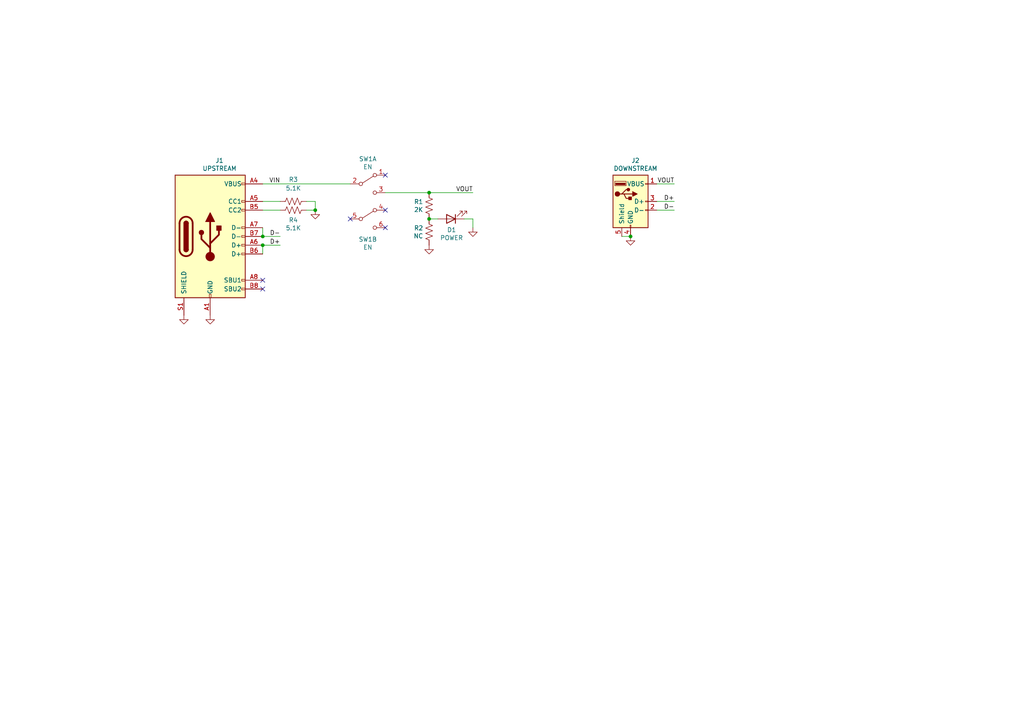
<source format=kicad_sch>
(kicad_sch (version 20211123) (generator eeschema)
  (paper "A4")
  (title_block (title "#0102 USB SWITCH") (date "2022-09-23") (rev "V1.2") (company "TileParts"))
  (lib_symbols
    (symbol "Connector:USB_A" (pin_names (offset 1.016))
      (property "Reference" "J" (at -5.08 11.43 0))
      (property "Value" "USB_A" (at -5.08 8.89 0))
      (symbol "USB_A_0_1"
        (rectangle (start -5.08 -7.62) (end 5.08 7.62) (stroke (width 0.254)) (fill (type background)))
        (circle (center -3.81 2.159) (radius 0.635) (stroke (width 0.254)) (fill (type outline)))
        (rectangle (start -1.524 4.826) (end -4.318 5.334) (fill (type outline)))
        (rectangle (start -1.27 4.572) (end -4.572 5.842))
        (circle (center -0.635 3.429) (radius 0.381) (stroke (width 0.254)) (fill (type outline)))
        (rectangle (start -0.127 -7.62) (end 0.127 -6.858))
        (polyline (pts (xy -3.175 2.159) (xy -2.54 2.159) (xy -1.27 3.429) (xy -0.635 3.429)) (stroke (width 0.254)))
        (polyline (pts (xy -2.54 2.159) (xy -1.905 2.159) (xy -1.27 0.889) (xy 0 0.889)) (stroke (width 0.254)))
        (polyline (pts (xy 0.635 2.794) (xy 0.635 1.524) (xy 1.905 2.159) (xy 0.635 2.794)) (stroke (width 0.254)) (fill (type outline)))
        (rectangle (start 0.254 1.27) (end -0.508 0.508) (stroke (width 0.254)) (fill (type outline)))
        (rectangle (start 5.08 -2.667) (end 4.318 -2.413))
        (rectangle (start 5.08 -0.127) (end 4.318 0.127))
        (rectangle (start 5.08 4.953) (end 4.318 5.207))
      )
      (symbol "USB_A_1_1"
        (polyline (pts (xy -1.905 2.159) (xy 0.635 2.159)) (stroke (width 0.254)))
        (pin power_in line (at 7.62 5.08 180) (length 2.54) (name "VBUS") (number "1"))
        (pin bidirectional line (at 7.62 -2.54 180) (length 2.54) (name "D-") (number "2"))
        (pin bidirectional line (at 7.62 0 180) (length 2.54) (name "D+") (number "3"))
        (pin power_in line (at 0 -10.16 90) (length 2.54) (name "GND") (number "4"))
        (pin passive line (at -2.54 -10.16 90) (length 2.54) (name "Shield") (number "5"))
      )
    )
    (symbol "Connector:USB_C_Receptacle_USB2.0" (pin_names (offset 1.016))
      (property "Reference" "J" (at -10.16 19.05 0))
      (property "Value" "USB_C_Receptacle_USB2.0" (at 19.05 19.05 0))
      (symbol "USB_C_Receptacle_USB2.0_0_0"
        (rectangle (start -0.254 -17.78) (end 0.254 -16.764))
        (rectangle (start 10.16 -14.986) (end 9.144 -15.494))
        (rectangle (start 10.16 -12.446) (end 9.144 -12.954))
        (rectangle (start 10.16 -4.826) (end 9.144 -5.334))
        (rectangle (start 10.16 -2.286) (end 9.144 -2.794))
        (rectangle (start 10.16 0.254) (end 9.144 -0.254))
        (rectangle (start 10.16 2.794) (end 9.144 2.286))
        (rectangle (start 10.16 7.874) (end 9.144 7.366))
        (rectangle (start 10.16 10.414) (end 9.144 9.906))
        (rectangle (start 10.16 15.494) (end 9.144 14.986))
      )
      (symbol "USB_C_Receptacle_USB2.0_0_1"
        (rectangle (start -10.16 17.78) (end 10.16 -17.78) (stroke (width 0.254)) (fill (type background)))
        (arc (start -8.89 -3.81) (mid -6.985 -5.715) (end -5.08 -3.81) (stroke (width 0.508)))
        (arc (start -7.62 -3.81) (mid -6.985 -4.445) (end -6.35 -3.81) (stroke (width 0.254)))
        (arc (start -7.62 -3.81) (mid -6.985 -4.445) (end -6.35 -3.81) (stroke (width 0.254)) (fill (type outline)))
        (rectangle (start -7.62 -3.81) (end -6.35 3.81) (stroke (width 0.254)) (fill (type outline)))
        (arc (start -6.35 3.81) (mid -6.985 4.445) (end -7.62 3.81) (stroke (width 0.254)))
        (arc (start -6.35 3.81) (mid -6.985 4.445) (end -7.62 3.81) (stroke (width 0.254)) (fill (type outline)))
        (arc (start -5.08 3.81) (mid -6.985 5.715) (end -8.89 3.81) (stroke (width 0.508)))
        (circle (center -2.54 1.143) (radius 0.635) (stroke (width 0.254)) (fill (type outline)))
        (circle (center 0 -5.842) (radius 1.27) (fill (type outline)))
        (polyline (pts (xy -8.89 -3.81) (xy -8.89 3.81)) (stroke (width 0.508)))
        (polyline (pts (xy -5.08 3.81) (xy -5.08 -3.81)) (stroke (width 0.508)))
        (polyline (pts (xy 0 -5.842) (xy 0 4.318)) (stroke (width 0.508)))
        (polyline (pts (xy 0 -3.302) (xy -2.54 -0.762) (xy -2.54 0.508)) (stroke (width 0.508)))
        (polyline (pts (xy 0 -2.032) (xy 2.54 0.508) (xy 2.54 1.778)) (stroke (width 0.508)))
        (polyline (pts (xy -1.27 4.318) (xy 0 6.858) (xy 1.27 4.318) (xy -1.27 4.318)) (stroke (width 0.254)) (fill (type outline)))
        (rectangle (start 1.905 1.778) (end 3.175 3.048) (stroke (width 0.254)) (fill (type outline)))
      )
      (symbol "USB_C_Receptacle_USB2.0_1_1"
        (pin passive line (at 0 -22.86 90) (length 5.08) (name "GND") (number "A1"))
        (pin passive line (at 0 -22.86 90) (length 5.08) hide (name "GND") (number "A12"))
        (pin passive line (at 15.24 15.24 180) (length 5.08) (name "VBUS") (number "A4"))
        (pin bidirectional line (at 15.24 10.16 180) (length 5.08) (name "CC1") (number "A5"))
        (pin bidirectional line (at 15.24 -2.54 180) (length 5.08) (name "D+") (number "A6"))
        (pin bidirectional line (at 15.24 2.54 180) (length 5.08) (name "D-") (number "A7"))
        (pin bidirectional line (at 15.24 -12.7 180) (length 5.08) (name "SBU1") (number "A8"))
        (pin passive line (at 15.24 15.24 180) (length 5.08) hide (name "VBUS") (number "A9"))
        (pin passive line (at 0 -22.86 90) (length 5.08) hide (name "GND") (number "B1"))
        (pin passive line (at 0 -22.86 90) (length 5.08) hide (name "GND") (number "B12"))
        (pin passive line (at 15.24 15.24 180) (length 5.08) hide (name "VBUS") (number "B4"))
        (pin bidirectional line (at 15.24 7.62 180) (length 5.08) (name "CC2") (number "B5"))
        (pin bidirectional line (at 15.24 -5.08 180) (length 5.08) (name "D+") (number "B6"))
        (pin bidirectional line (at 15.24 0 180) (length 5.08) (name "D-") (number "B7"))
        (pin bidirectional line (at 15.24 -15.24 180) (length 5.08) (name "SBU2") (number "B8"))
        (pin passive line (at 15.24 15.24 180) (length 5.08) hide (name "VBUS") (number "B9"))
        (pin passive line (at -7.62 -22.86 90) (length 5.08) (name "SHIELD") (number "S1"))
      )
    )
    (symbol "Device:LED" (pin_numbers hide) (pin_names (offset 1.016) hide)
      (property "Reference" "D" (at 0 2.54 0))
      (property "Value" "LED" (at 0 -2.54 0))
      (symbol "LED_0_1"
        (polyline (pts (xy -1.27 -1.27) (xy -1.27 1.27)) (stroke (width 0.254)))
        (polyline (pts (xy -1.27 0) (xy 1.27 0)))
        (polyline (pts (xy 1.27 -1.27) (xy 1.27 1.27) (xy -1.27 0) (xy 1.27 -1.27)) (stroke (width 0.254)))
        (polyline (pts (xy -3.048 -0.762) (xy -4.572 -2.286) (xy -3.81 -2.286) (xy -4.572 -2.286) (xy -4.572 -1.524)))
        (polyline (pts (xy -1.778 -0.762) (xy -3.302 -2.286) (xy -2.54 -2.286) (xy -3.302 -2.286) (xy -3.302 -1.524)))
      )
      (symbol "LED_1_1"
        (pin passive line (at -3.81 0 0) (length 2.54) (name "K") (number "1"))
        (pin passive line (at 3.81 0 180) (length 2.54) (name "A") (number "2"))
      )
    )
    (symbol "Device:R_US" (pin_numbers hide) (pin_names (offset 0))
      (property "Reference" "R" (at 2.54 0 90))
      (property "Value" "R_US" (at -2.54 0 90))
      (symbol "R_US_0_1"
        (polyline (pts (xy 0 -2.286) (xy 0 -2.54)))
        (polyline (pts (xy 0 2.286) (xy 0 2.54)))
        (polyline (pts (xy 0 -0.762) (xy 1.016 -1.143) (xy 0 -1.524) (xy -1.016 -1.905) (xy 0 -2.286)))
        (polyline (pts (xy 0 0.762) (xy 1.016 0.381) (xy 0 0) (xy -1.016 -0.381) (xy 0 -0.762)))
        (polyline (pts (xy 0 2.286) (xy 1.016 1.905) (xy 0 1.524) (xy -1.016 1.143) (xy 0 0.762)))
      )
      (symbol "R_US_1_1"
        (pin passive line (at 0 3.81 270) (length 1.27) (name "~") (number "1"))
        (pin passive line (at 0 -3.81 90) (length 1.27) (name "~") (number "2"))
      )
    )
    (symbol "Switch:SW_DPDT_x2" (pin_names (offset 0) hide)
      (property "Reference" "SW" (at 0 4.318 0))
      (property "Value" "SW_DPDT_x2" (at 0 -5.08 0))
      (symbol "SW_DPDT_x2_0_0"
        (circle (center -2.032 0) (radius 0.508))
        (circle (center 2.032 -2.54) (radius 0.508))
      )
      (symbol "SW_DPDT_x2_0_1"
        (polyline (pts (xy -1.524 0.254) (xy 1.651 2.286)))
        (circle (center 2.032 2.54) (radius 0.508))
      )
      (symbol "SW_DPDT_x2_1_1"
        (pin passive line (at 5.08 2.54 180) (length 2.54) (name "A") (number "1"))
        (pin passive line (at -5.08 0 0) (length 2.54) (name "B") (number "2"))
        (pin passive line (at 5.08 -2.54 180) (length 2.54) (name "C") (number "3"))
      )
      (symbol "SW_DPDT_x2_2_1"
        (pin passive line (at 5.08 2.54 180) (length 2.54) (name "A") (number "4"))
        (pin passive line (at -5.08 0 0) (length 2.54) (name "B") (number "5"))
        (pin passive line (at 5.08 -2.54 180) (length 2.54) (name "C") (number "6"))
      )
    )
    (symbol "power:GND" (power) (pin_names (offset 0))
      (property "Value" "GND" (at 0 -3.81 0))
      (symbol "GND_0_1"
        (polyline (pts (xy 0 0) (xy 0 -1.27) (xy 1.27 -1.27) (xy 0 -2.54) (xy -1.27 -1.27) (xy 0 -1.27)))
      )
      (symbol "GND_1_1"
        (pin power_in line (at 0 0 270) (length 0) hide (name "GND") (number "1"))
      )
    )
  )
  (junction (at 124.46 63.5))
  (junction (at 76.2 71.12))
  (junction (at 91.44 60.96))
  (junction (at 76.2 68.58))
  (junction (at 182.88 68.58))
  (junction (at 124.46 55.88))
  (no_connect (at 76.2 83.82))
  (no_connect (at 101.6 63.5))
  (no_connect (at 111.76 50.8))
  (no_connect (at 111.76 66.04))
  (no_connect (at 76.2 81.28))
  (no_connect (at 111.76 60.96))
  (wire (pts (xy 195.58 60.96) (xy 190.5 60.96)))
  (wire (pts (xy 76.2 58.42) (xy 81.28 58.42)))
  (wire (pts (xy 81.28 68.58) (xy 76.2 68.58)))
  (wire (pts (xy 180.34 68.58) (xy 182.88 68.58)))
  (wire (pts (xy 195.58 58.42) (xy 190.5 58.42)))
  (wire (pts (xy 195.58 53.34) (xy 190.5 53.34)))
  (wire (pts (xy 124.46 55.88) (xy 137.16 55.88)))
  (wire (pts (xy 76.2 53.34) (xy 101.6 53.34)))
  (wire (pts (xy 137.16 63.5) (xy 134.62 63.5)))
  (wire (pts (xy 81.28 60.96) (xy 76.2 60.96)))
  (wire (pts (xy 76.2 73.66) (xy 76.2 71.12)))
  (wire (pts (xy 76.2 66.04) (xy 76.2 68.58)))
  (wire (pts (xy 91.44 58.42) (xy 91.44 60.96)))
  (wire (pts (xy 81.28 71.12) (xy 76.2 71.12)))
  (wire (pts (xy 137.16 66.04) (xy 137.16 63.5)))
  (wire (pts (xy 111.76 55.88) (xy 124.46 55.88)))
  (wire (pts (xy 88.9 58.42) (xy 91.44 58.42)))
  (wire (pts (xy 127 63.5) (xy 124.46 63.5)))
  (wire (pts (xy 91.44 60.96) (xy 88.9 60.96)))
  (label "D-" (at 81.28 68.58 180))
  (label "VOUT" (at 195.58 53.34 180))
  (label "VOUT" (at 137.16 55.88 180))
  (label "D-" (at 195.58 60.96 180))
  (label "D+" (at 81.28 71.12 180))
  (label "VIN" (at 81.28 53.34 180))
  (label "D+" (at 195.58 58.42 180))
  (symbol (lib_id "Connector:USB_C_Receptacle_USB2.0") (at 60.96 68.58 0) (unit 1)
    (property "Reference" "J1" (at 63.6778 46.5582 0))
    (property "Value" "UPSTREAM" (at 63.6778 48.8696 0))
    (property "Footprint" "JLC-SMT:HRO_TYPE-C-31-M-12" (effects hide))
    (property "Datasheet" "https://www.usb.org/sites/default/files/documents/usb_type-c.zip" (effects hide))
    (property "Manufacturer" "HRO" (effects hide))
    (property "Supplier" "JLC-EXT" (effects hide))
  )
  (symbol (lib_id "Switch:SW_DPDT_x2") (at 106.68 53.34 0) (unit 1)
    (property "Reference" "SW1" (at 106.68 46.101 0))
    (property "Value" "EN" (at 106.68 48.4124 0))
    (property "Footprint" "JLC-SMT:SW_Push_DPDT_8.5x8.5mm" (effects hide))
    (property "Manufacturer" "YIYUAN" (effects hide))
    (property "PartNumber" "C2911143" (effects hide))
    (property "Supplier" "JLC-EXT" (effects hide))
  )
  (symbol (lib_id "Switch:SW_DPDT_x2") (at 106.68 63.5 0) (unit 2)
    (property "Reference" "SW1" (at 106.68 69.4182 0))
    (property "Value" "EN" (at 106.68 71.7296 0))
    (property "Footprint" "JLC-SMT:SW_Push_DPDT_8.5x8.5mm" (effects hide))
    (property "Manufacturer" "YIYUAN" (effects hide))
    (property "PartNumber" "C2911143" (effects hide))
    (property "Supplier" "JLC-EXT" (effects hide))
  )
  (symbol (lib_id "power:GND") (at 60.96 91.44 0) (unit 1)
    (property "Reference" "#PWR01" (effects hide))
    (property "Value" "GND" (effects hide))
  )
  (symbol (lib_id "power:GND") (at 182.88 68.58 0) (unit 1)
    (property "Reference" "#PWR02" (effects hide))
    (property "Value" "GND" (effects hide))
  )
  (symbol (lib_id "Device:R_US") (at 124.46 59.69 0) (unit 1)
    (property "Reference" "R1" (at 122.7582 58.5216 0) (effects (justify right)))
    (property "Value" "2K" (at 122.7582 60.833 0) (effects (justify right)))
    (property "Footprint" "Resistor_SMD:R_0402_1005Metric" (effects hide))
    (property "Manufacturer" "UniOhm" (effects hide))
    (property "PartNumber" "C4109" (effects hide))
    (property "Supplier" "JLC" (effects hide))
  )
  (symbol (lib_id "Device:R_US") (at 124.46 67.31 0) (unit 1)
    (property "Reference" "R2" (at 122.7582 66.1416 0) (effects (justify right)))
    (property "Value" "NC" (at 122.7582 68.453 0) (effects (justify right)))
    (property "Footprint" "Resistor_SMD:R_0402_1005Metric" (effects hide))
  )
  (symbol (lib_id "power:GND") (at 124.46 71.12 0) (unit 1)
    (property "Reference" "#PWR04" (effects hide))
    (property "Value" "GND" (effects hide))
  )
  (symbol (lib_id "Device:LED") (at 130.81 63.5 180) (unit 1)
    (property "Reference" "D1" (at 130.9878 66.675 0))
    (property "Value" "POWER" (at 130.9878 68.9864 0))
    (property "Footprint" "LED_SMD:LED_0603_1608Metric" (effects hide))
    (property "Manufacturer" "KENTO" (effects hide))
    (property "PartNumber" "C2286" (effects hide))
    (property "Supplier" "JLC" (effects hide))
  )
  (symbol (lib_id "power:GND") (at 137.16 66.04 0) (unit 1)
    (property "Reference" "#PWR03" (effects hide))
    (property "Value" "GND" (effects hide))
  )
  (symbol (lib_id "Device:R_US") (at 85.09 60.96 270) (unit 1)
    (property "Reference" "R4" (at 85.09 63.8302 90))
    (property "Value" "5.1K" (at 85.09 66.1416 90))
    (property "Footprint" "Resistor_SMD:R_0402_1005Metric" (effects hide))
    (property "Manufacturer" "UniOhm" (effects hide))
    (property "PartNumber" "C25905" (effects hide))
    (property "Supplier" "JLC" (effects hide))
  )
  (symbol (lib_id "Device:R_US") (at 85.09 58.42 270) (unit 1)
    (property "Reference" "R3" (at 85.09 52.07 90))
    (property "Value" "5.1K" (at 85.09 54.61 90))
    (property "Footprint" "Resistor_SMD:R_0402_1005Metric" (effects hide))
    (property "Manufacturer" "UniOhm" (effects hide))
    (property "PartNumber" "C25905" (effects hide))
    (property "Supplier" "JLC" (effects hide))
  )
  (symbol (lib_id "power:GND") (at 91.44 60.96 0) (unit 1)
    (property "Reference" "#PWR05" (effects hide))
    (property "Value" "GND" (effects hide))
  )
  (symbol (lib_id "Connector:USB_A") (at 182.88 58.42 0) (unit 1)
    (property "Reference" "J2" (at 184.3278 46.5582 0))
    (property "Value" "DOWNSTREAM" (at 184.3278 48.8696 0))
    (property "Footprint" "JLC-SMT:MOLEX_48258-0001" (effects hide))
    (property "Datasheet" " ~" (effects hide))
    (property "Manufacturer" "MOLEX" (effects hide))
    (property "PartNumber" "C505080" (effects hide))
    (property "Supplier" "LCSC" (effects hide))
  )
  (symbol (lib_id "power:GND") (at 53.34 91.44 0) (unit 1)
    (property "Reference" "#PWR0101" (effects hide))
    (property "Value" "GND" (effects hide))
  )
)
</source>
